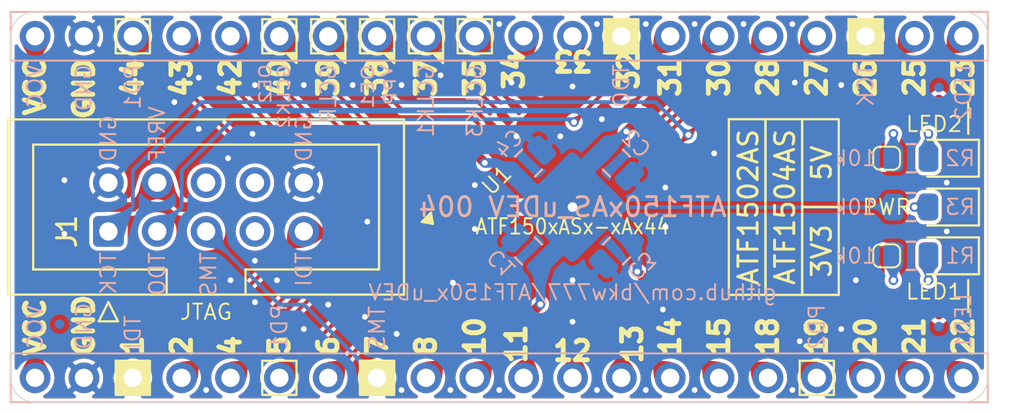
<source format=kicad_pcb>
(kicad_pcb (version 20240108) (generator "pcbnew") (generator_version "8.0")
  (title_block (title "ATF150xAS_uDEV") (date "2024-06-16") (rev "004") (company "Brian K. White") (comment 1 "CC-BY-SA") (comment 2 "github.com/bkw777/ATF150x_uDEV"))
  (layers (0 "F.Cu" signal) (31 "B.Cu" signal) (34 "B.Paste" user) (35 "F.Paste" user) (36 "B.SilkS" user "B.Silkscreen") (37 "F.SilkS" user "F.Silkscreen") (38 "B.Mask" user) (39 "F.Mask" user) (44 "Edge.Cuts" user))
  (net 0 "")
  (net 1 "GND")
  (net 2 "VCC")
  (net 6 "Net-(JP1-B)")
  (net 7 "Net-(JP2-B)")
  (net 8 "Net-(LED1-A)")
  (net 9 "Net-(LED2-A)")
  (net 10 "Net-(LED3-A)")
  (net 11 "/1{slash}TDI")
  (net 12 "/7{slash}TMS")
  (net 13 "/32{slash}TDO")
  (net 14 "/26{slash}TCK")
  (net 15 "/3")
  (net 16 "/13")
  (net 17 "/A8")
  (net 18 "/12")
  (net 19 "/8")
  (net 20 "/15")
  (net 21 "/5{slash}PD1")
  (net 22 "/18")
  (net 23 "/14")
  (net 24 "/10")
  (net 25 "/19{slash}PD2")
  (net 26 "/20")
  (net 27 "/11")
  (net 28 "/2")
  (net 29 "/22{slash}LED1")
  (net 30 "/37{slash}GCLK1")
  (net 31 "/38{slash}OE1{slash}Vpp")
  (net 32 "/25")
  (net 33 "/23{slash}LED2")
  (net 34 "/44{slash}PD1")
  (net 35 "/39{slash}GCLR")
  (net 36 "/43")
  (net 37 "/28")
  (net 38 "/34")
  (net 39 "/33")
  (net 40 "/27")
  (net 41 "/31")
  (net 42 "/30")
  (net 43 "/35{slash}GCLK3")
  (net 44 "/40{slash}OE2{slash}GCLK2")
  (net 45 "/42")
  (net 46 "/21")
  (footprint "000_LOCAL:Fiducial_0.5_1.0" (layer "F.Cu") (at 163.83 94.73)
    (property "Reference" "REF**" (hide yes))
    (property "Value" "Fiducial_0.5_1.0" (hide yes))
  )
  (footprint "000_LOCAL:IDC-Header_2x05_P2.54mm_Vertical" (layer "F.Cu") (at 120.650003 101.599999 90)
    (property "Reference" "J1")
    (property "Value" "Conn_02x05_Odd_Even")
  )
  (footprint "000_LOCAL:Fiducial_0.5_1.0" (layer "F.Cu") (at 122.555 106.045)
    (property "Reference" "REF**" (hide yes))
    (property "Value" "Fiducial_0.5_1.0" (hide yes))
  )
  (footprint "000_LOCAL:Fiducial_0.5_1.0" (layer "F.Cu") (at 163.83 105.93)
    (property "Reference" "REF**" (hide yes))
    (property "Value" "Fiducial_0.5_1.0" (hide yes))
  )
  (footprint "000_LOCAL:LED_0805" (layer "F.Cu") (at 164.225002 97.789999 180)
    (property "Reference" "LED2" (hide yes))
    (property "Value" "GRN" (hide yes))
  )
  (footprint "000_LOCAL:LED_0805" (layer "F.Cu") (at 164.225001 100.329999 180)
    (property "Reference" "LED3" (hide yes))
    (property "Value" "POWER" (hide yes))
  )
  (footprint "000_LOCAL:VQFP44" (layer "F.Cu") (at 144.780003 100.329999 45)
    (property "Reference" "U1")
    (property "Value" "ATF150xASx-xAx44")
  )
  (footprint "000_LOCAL:SolderJumper_1mm_2p_open" (layer "F.Cu") (at 161.112501 102.869999)
    (property "Reference" "JP1" (hide yes))
    (property "Value" "DNP")
  )
  (footprint "000_LOCAL:SolderJumper_1mm_2p_open" (layer "F.Cu") (at 161.112499 97.789999)
    (property "Reference" "JP2" (hide yes))
    (property "Value" "DNP")
  )
  (footprint "000_LOCAL:LED_0805" (layer "F.Cu") (at 164.225001 102.869999 180)
    (property "Reference" "LED1" (hide yes))
    (property "Value" "GRN" (hide yes))
  )
  (footprint "000_LOCAL:PinHeader_1x20_P2.54mm_Vertical" (layer "B.Cu") (at 116.840003 91.439999 -90)
    (property "Reference" "J3" (hide yes))
    (property "Value" "VERT")
  )
  (footprint "000_LOCAL:Fiducial_0.5_1.0" (layer "B.Cu") (at 163.83 106.553)
    (property "Reference" "REF**" (hide yes))
    (property "Value" "Fiducial_0.5_1.0" (hide yes))
  )
  (footprint "000_LOCAL:C_0805" (layer "B.Cu") (at 147.066003 98.043999 -45)
    (property "Reference" "C2")
    (property "Value" "1u" (hide yes))
  )
  (footprint "000_LOCAL:C_0805" (layer "B.Cu") (at 147.066003 102.615999 -135)
    (property "Reference" "C3")
    (property "Value" "1u" (hide yes))
  )
  (footprint "000_LOCAL:PinHeader_1x20_P2.54mm_Vertical" (layer "B.Cu") (at 116.840001 109.219999 -90)
    (property "Reference" "J2" (hide yes))
    (property "Value" "VERT")
  )
  (footprint "000_LOCAL:R_0805" (layer "B.Cu") (at 162.375 102.869999)
    (property "Reference" "R1")
    (property "Value" "10k")
  )
  (footprint "000_LOCAL:Fiducial_0.5_1.0" (layer "B.Cu") (at 118.11 106.426)
    (property "Reference" "REF**" (hide yes))
    (property "Value" "Fiducial_0.5_1.0" (hide yes))
  )
  (footprint "000_LOCAL:C_0805" (layer "B.Cu") (at 142.494002 98.043999 45)
    (property "Reference" "C4")
    (property "Value" "1u" (hide yes))
  )
  (footprint "000_LOCAL:Fiducial_0.5_1.0" (layer "B.Cu") (at 163.83 94.107)
    (property "Reference" "REF**" (hide yes))
    (property "Value" "Fiducial_0.5_1.0" (hide yes))
  )
  (footprint "000_LOCAL:R_0805" (layer "B.Cu") (at 162.374998 97.789999)
    (property "Reference" "R2")
    (property "Value" "10k")
  )
  (footprint "000_LOCAL:R_0805" (layer "B.Cu") (at 162.375 100.329999)
    (property "Reference" "R3")
    (property "Value" "10k")
  )
  (footprint "000_LOCAL:C_0805" (layer "B.Cu") (at 142.494003 102.615999 135)
    (property "Reference" "C1")
    (property "Value" "1u" (hide yes))
  )
  (gr_poly (pts (xy 144.769877 102.87) (xy 142.239999 100.329999) (xy 144.769878 97.79) (xy 147.319998 100.33)) (stroke (width 0.6)) (fill solid) (layer "B.Cu") (net 2))
  (gr_rect (start 138.811 90.551) (end 140.589 92.329) (stroke (width 0.12)) (fill none) (layer "F.SilkS"))
  (gr_rect (start 128.651 108.331) (end 130.429 110.109) (stroke (width 0.12)) (fill none) (layer "F.SilkS"))
  (gr_line (start 165.354 105.791) (end 165.354 104.14) (stroke (width 0.12)) (layer "F.SilkS"))
  (gr_rect (start 152.908 95.758) (end 154.813 104.902) (stroke (width 0.12)) (fill none) (layer "F.SilkS"))
  (gr_rect (start 146.431 90.551) (end 148.209 92.329) (stroke (width 0.12)) (fill solid) (layer "F.SilkS"))
  (gr_poly (pts (xy 137.541 92.329) (xy 138.049 92.837) (xy 138.049 92.329)) (stroke (width 0.12)) (fill solid) (layer "F.SilkS"))
  (gr_rect (start 159.131 90.551) (end 160.909 92.329) (stroke (width 0.12)) (fill solid) (layer "F.SilkS"))
  (gr_rect (start 133.731 108.331) (end 135.509 110.109) (stroke (width 0.12)) (fill solid) (layer "F.SilkS"))
  (gr_rect (start 121.031 108.331) (end 122.809 110.109) (stroke (width 0.12)) (fill solid) (layer "F.SilkS"))
  (gr_rect (start 156.718 100.33) (end 158.623 104.902) (stroke (width 0.12)) (fill none) (layer "F.SilkS"))
  (gr_rect (start 154.813 95.758) (end 156.718 104.902) (stroke (width 0.12)) (fill none) (layer "F.SilkS"))
  (gr_line (start 165.354 94.869) (end 165.354 96.52) (stroke (width 0.12)) (layer "F.SilkS"))
  (gr_rect (start 121.031 90.551) (end 122.809 92.329) (stroke (width 0.12)) (fill none) (layer "F.SilkS"))
  (gr_rect (start 133.731 90.551) (end 135.509 92.329) (stroke (width 0.12)) (fill none) (layer "F.SilkS"))
  (gr_rect (start 156.718 95.758) (end 158.623 100.33) (stroke (width 0.12)) (fill none) (layer "F.SilkS"))
  (gr_poly (pts (xy 135.001 92.329) (xy 135.509 92.837) (xy 135.509 92.329)) (stroke (width 0.12)) (fill solid) (layer "F.SilkS"))
  (gr_poly (pts (xy 132.461 92.329) (xy 132.969 92.837) (xy 132.969 92.329)) (stroke (width 0.12)) (fill solid) (layer "F.SilkS"))
  (gr_rect (start 156.591 108.331) (end 158.369 110.109) (stroke (width 0.12)) (fill none) (layer "F.SilkS"))
  (gr_poly (pts (xy 129.921 92.329) (xy 130.429 92.837) (xy 130.429 92.329)) (stroke (width 0.12)) (fill solid) (layer "F.SilkS"))
  (gr_rect (start 131.191 90.551) (end 132.969 92.329) (stroke (width 0.12)) (fill none) (layer "F.SilkS"))
  (gr_rect (start 128.651 90.551) (end 130.429 92.329) (stroke (width 0.12)) (fill none) (layer "F.SilkS"))
  (gr_rect (start 136.271 90.551) (end 138.049 92.329) (stroke (width 0.12)) (fill none) (layer "F.SilkS"))
  (gr_arc (start 166.370001 109.22) (mid 165.998026 110.118027) (end 165.099998 110.490001) (stroke (width 0.05)) (layer "Edge.Cuts"))
  (gr_line (start 115.569999 109.22) (end 115.569999 91.440001) (stroke (width 0.05)) (layer "Edge.Cuts"))
  (gr_line (start 116.84 90.169999) (end 165.099998 90.169999) (stroke (width 0.05)) (layer "Edge.Cuts"))
  (gr_arc (start 165.099998 90.169999) (mid 165.998024 90.541974) (end 166.369999 91.440001) (stroke (width 0.05)) (layer "Edge.Cuts"))
  (gr_line (start 166.369999 91.440001) (end 166.369999 109.22) (stroke (width 0.05)) (layer "Edge.Cuts"))
  (gr_arc (start 115.569999 91.439999) (mid 115.941973 90.541974) (end 116.839998 90.169999) (stroke (width 0.05)) (layer "Edge.Cuts"))
  (gr_line (start 165.099999 110.49) (end 116.839999 110.49) (stroke (width 0.05)) (layer "Edge.Cuts"))
  (gr_arc (start 116.84 110.490001) (mid 115.941972 110.118027) (end 115.569999 109.22) (stroke (width 0.05)) (layer "Edge.Cuts"))
  (gr_text "VCC" (at 116.840003 107.784278 90) (layer "B.SilkS") (effects (font (size 0.8 0.8) (thickness 0.1)) (justify right mirror)))
  (gr_text "GCLK3" (at 139.7 92.837 90) (layer "B.SilkS") (effects (font (size 0.8 0.8) (thickness 0.1)) (justify left mirror)))
  (gr_text "GCLR" (at 132.08 92.837 90) (layer "B.SilkS") (effects (font (size 0.8 0.8) (thickness 0.1)) (justify left mirror)))
  (gr_text "OE1\nVpp" (at 134.620001 92.836999 90) (layer "B.SilkS") (effects (font (size 0.6 0.8) (thickness 0.1)) (justify left mirror)))
  (gr_text "GND" (at 120.65 98.044 90) (layer "B.SilkS") (effects (font (size 0.8 0.8) (thickness 0.1)) (justify right mirror)))
  (gr_text "OE2\nGCLK2" (at 129.286 92.837 90) (layer "B.SilkS") (effects (font (size 0.6 0.7) (thickness 0.1)) (justify left mirror)))
  (gr_text "TMS" (at 125.856998 102.616 90) (layer "B.SilkS") (effects (font (size 0.8 0.8) (thickness 0.1)) (justify left mirror)))
  (gr_text "TDO" (at 123.19 102.615999 90) (layer "B.SilkS") (effects (font (size 0.8 0.8) (thickness 0.1)) (justify left mirror)))
  (gr_text "TMS" (at 134.620001 107.823 90) (layer "B.SilkS") (effects (font (size 0.8 0.8) (thickness 0.1)) (justify right mirror)))
  (gr_text "VREF" (at 123.19 98.044 90) (layer "B.SilkS") (effects (font (size 0.8 0.8) (thickness 0.1)) (justify right mirror)))
  (gr_text "${COMMENT2}" (at 144.78 104.775 0) (layer "B.SilkS") (effects (font (size 0.8 0.8) (thickness 0.1)) (justify mirror)))
  (gr_text "TCK" (at 120.649998 102.616 90) (layer "B.SilkS") (effects (font (size 0.8 0.8) (thickness 0.1)) (justify left mirror)))
  (gr_text "PD2" (at 157.480001 107.823 90) (layer "B.SilkS") (effects (font (size 0.8 0.8) (thickness 0.1)) (justify right mirror)))
  (gr_text "TDI" (at 130.809998 102.616 90) (layer "B.SilkS") (effects (font (size 0.8 0.8) (thickness 0.1)) (justify left mirror)))
  (gr_text "VCC" (at 116.839999 92.837 90) (layer "B.SilkS") (effects (font (size 0.8 0.8) (thickness 0.1)) (justify left mirror)))
  (gr_text "TDI" (at 121.920001 107.823 90) (layer "B.SilkS") (effects (font (size 0.8 0.8) (thickness 0.1)) (justify right mirror)))
  (gr_text "${TITLE} ${REVISION}" (at 144.78 100.33 0) (layer "B.SilkS") (effects (font (size 1 1)) (justify mirror)))
  (gr_text "GCLK1" (at 137.16 92.837 90) (layer "B.SilkS") (effects (font (size 0.8 0.8) (thickness 0.1)) (justify left mirror)))
  (gr_text "TDO" (at 147.32 92.837 90) (layer "B.SilkS") (effects (font (size 0.8 0.8) (thickness 0.1)) (justify left mirror)))
  (gr_text "GND" (at 119.38 107.823 90) (layer "B.SilkS") (effects (font (size 0.8 0.8) (thickness 0.1)) (justify right mirror)))
  (gr_text "LED1" (at 165.1 107.823 90) (layer "B.SilkS") (effects (font (size 0.8 0.8) (thickness 0.1)) (justify right mirror)))
  (gr_text "GND" (at 130.81 98.044 90) (layer "B.SilkS") (effects (font (size 0.8 0.8) (thickness 0.1)) (justify right mirror)))
  (gr_text "LED2" (at 165.1 92.837 90) (layer "B.SilkS") (effects (font (size 0.8 0.8) (thickness 0.1)) (justify left mirror)))
  (gr_text "TCK" (at 160.019999 92.836999 90) (layer "B.SilkS") (effects (font (size 0.8 0.8) (thickness 0.1)) (justify left mirror)))
  (gr_text "GND" (at 119.38 92.836998 90) (layer "B.SilkS") (effects (font (size 0.8 0.8) (thickness 0.1)) (justify left mirror)))
  (gr_text "PD1" (at 121.92 92.837 90) (layer "B.SilkS") (effects (font (size 0.8 0.8) (thickness 0.1)) (justify left mirror)))
  (gr_text "PD1" (at 129.540003 107.823 90) (layer "B.SilkS") (effects (font (size 0.8 0.8) (thickness 0.1)) (justify right mirror)))
  (gr_text "GND" (at 119.38 108.204 90) (layer "F.SilkS") (effects (font (size 1.016 1.016) (thickness 0.254)) (justify left)))
  (gr_text "10" (at 139.700002 108.204 90) (layer "F.SilkS") (effects (font (size 1.016 1.016) (thickness 0.254)) (justify left)))
  (gr_text "1" (at 121.92 108.204001 90) (layer "F.SilkS") (effects (font (size 1.016 1.016) (thickness 0.254)) (justify left)))
  (gr_text "22" (at 165.1 108.204 90) (layer "F.SilkS") (effects (font (size 1.016 1.016) (thickness 0.254)) (justify left)))
  (gr_text "7" (at 134.62 108.204 90) (layer "F.SilkS") (effects (font (size 1.016 1.016) (thickness 0.254)) (justify left)))
  (gr_text "14" (at 149.86 108.204 90) (layer "F.SilkS") (effects (font (size 1.016 1.016) (thickness 0.254)) (justify left)))
  (gr_text "13" (at 147.886606 108.592577 90) (layer "F.SilkS") (effects (font (size 1.016 1.016) (thickness 0.254)) (justify left)))
  (gr_text "12" (at 144.780001 107.823 0) (layer "F.SilkS") (effects (font (size 1.016 1.016) (thickness 0.254))))
  (gr_text "2" (at 124.460002 108.204001 90) (layer "F.SilkS") (effects (font (size 1.016 1.016) (thickness 0.254)) (justify left)))
  (gr_text "5" (at 129.54 108.204 90) (layer "F.SilkS") (effects (font (size 1.016 1.016) (thickness 0.254)) (justify left)))
  (gr_text "8" (at 137.16 108.204001 90) (layer "F.SilkS") (effects (font (size 1.016 1.016) (thickness 0.254)) (justify left)))
  (gr_text "18" (at 154.94 108.204 90) (layer "F.SilkS") (effects (font (size 1.016 1.016) (thickness 0.254)) (justify left)))
  (gr_text "6" (at 132.080002 108.204001 90) (layer "F.SilkS") (effects (font (size 1.016 1.016) (thickness 0.254)) (justify left)))
  (gr_text "19" (at 157.48 108.204 90) (layer "F.SilkS") (effects (font (size 1.016 1.016) (thickness 0.254)) (justify left)))
  (gr_text "21" (at 162.560002 108.204 90) (layer "F.SilkS") (effects (font (size 1.016 1.016) (thickness 0.254)) (justify left)))
  (gr_text "20" (at 160.02 108.204 90) (layer "F.SilkS") (effects (font (size 1.016 1.016) (thickness 0.254)) (justify left)))
  (gr_text "VCC" (at 116.84 108.204 90) (layer "F.SilkS") (effects (font (size 1.016 1.016) (thickness 0.254)) (justify left)))
  (gr_text "11" (at 141.859 108.585 90) (layer "F.SilkS") (effects (font (size 1.016 1.016) (thickness 0.254)) (justify left)))
  (gr_text "15" (at 152.4 108.204 90) (layer "F.SilkS") (effects (font (size 1.016 1.016) (thickness 0.254)) (justify left)))
  (gr_text "43" (at 124.46 92.456 90) (layer "F.SilkS") (effects (font (size 1.016 1.016) (thickness 0.254)) (justify right)))
  (gr_text "31" (at 149.86 92.456 90) (layer "F.SilkS") (effects (font (size 1.016 1.016) (thickness 0.254)) (justify right)))
  (gr_text "33" (at 144.78 92.71 180) (layer "F.SilkS") (effects (font (size 1.016 1.016) (thickness 0.254))))
  (gr_text "28" (at 154.94 92.456 90) (layer "F.SilkS") (effects (font (size 1.016 1.016) (thickness 0.254)) (justify right)))
  (gr_text "26" (at 160.02 92.456 90) (layer "F.SilkS") (effects (font (size 1.016 1.016) (thickness 0.254)) (justify right)))
  (gr_text "VCC" (at 116.840001 92.454732 90) (layer "F.SilkS") (effects (font (size 1.016 1.016) (thickness 0.254)) (justify right)))
  (gr_text "GND" (at 119.38 92.456 90) (layer "F.SilkS") (effects (font (size 1.016 1.016) (thickness 0.254)) (justify right)))
  (gr_text "32" (at 147.701 92.075 90) (layer "F.SilkS") (effects (font (size 1.016 1.016) (thickness 0.254)) (justify right)))
  (gr_text "42" (at 127 92.456 90) (layer "F.SilkS") (effects (font (size 1.016 1.016) (thickness 0.254)) (justify right)))
  (gr_text "27" (at 157.48 92.456 90) (layer "F.SilkS") (effects (font (size 1.016 1.016) (thickness 0.254)) (justify right)))
  (gr_text "30" (at 152.400001 92.456 90) (layer "F.SilkS") (effects (font (size 1.016 1.016) (thickness 0.254)) (justify right)))
  (gr_text "34" (at 141.732 92.075 90) (layer "F.SilkS") (effects (font (size 1.016 1.016) (thickness 0.254)) (justify right)))
  (gr_text "25" (at 162.56 92.456 90) (layer "F.SilkS") (effects (font (size 1.016 1.016) (thickness 0.254)) (justify right)))
  (gr_text "23" (at 165.1 92.456 90) (layer "F.SilkS") (effects (font (size 1.016 1.016) (thickness 0.254)) (justify right)))
  (gr_text "38" (at 134.620001 92.456 90) (layer "F.SilkS") (effects (font (size 1.016 1.016) (thickness 0.254)) (justify right)))
  (gr_text "40" (at 129.540001 92.456 90) (layer "F.SilkS") (effects (font (size 1.016 1.016) (thickness 0.254)) (justify right)))
  (gr_text "37" (at 137.16 92.456 90) (layer "F.SilkS") (effects (font (size 1.016 1.016) (thickness 0.254)) (justify right)))
  (gr_text "39" (at 132.08 92.456 90) (layer "F.SilkS") (effects (font (size 1.016 1.016) (thickness 0.254)) (justify right)))
  (gr_text "4" (at 127 108.204001 90) (layer "F.SilkS") (effects (font (size 1.016 1.016) (thickness 0.254)) (justify left)))
  (gr_text "PWR" (at 162.433 100.33 0) (layer "F.SilkS") (effects (font (size 0.8 0.8) (thickness 0.1)) (justify right)))
  (gr_text "LED1" (at 163.576 104.267 0) (layer "F.SilkS") (effects (font (size 0.8 0.8) (thickness 0.1)) (justify top)))
  (gr_text "ATF1502AS" (at 153.924 100.33 90) (layer "F.SilkS") (effects (font (size 1 1))))
  (gr_text "JTAG" (at 125.73 105.791 0) (layer "F.SilkS") (effects (font (size 0.8 0.8) (thickness 0.1))))
  (gr_text "35" (at 139.7 92.456 90) (layer "F.SilkS") (effects (font (size 1.016 1.016) (thickness 0.254)) (justify right)))
  (gr_text "3V3" (at 157.734 102.616 90) (layer "F.SilkS") (effects (font (size 1 1))))
  (gr_text "44" (at 121.92 92.456 90) (layer "F.SilkS") (effects (font (size 1.016 1.016) (thickness 0.254)) (justify right)))
  (gr_text "ATF1504AS" (at 155.829 100.33 90) (layer "F.SilkS") (effects (font (size 1 1))))
  (gr_text "5V" (at 157.734 98.044 90) (layer "F.SilkS") (effects (font (size 1 1))))
  (gr_text "LED2" (at 163.58 96.48 0) (layer "F.SilkS") (effects (font (size 0.8 0.8) (thickness 0.1)) (justify bottom)))
  (via (at 153.67 90.805) (size 0.5) (drill 0.3) (layers "F.Cu" "B.Cu") (net 1))
  (via (at 164.2364 99.06) (size 0.5) (drill 0.3) (layers "F.Cu" "B.Cu") (net 1))
  (via (at 133.35 93.98) (size 0.5) (drill 0.3) (layers "F.Cu" "B.Cu") (net 1))
  (via (at 128.27 105.283) (size 0.5) (drill 0.3) (layers "F.Cu" "B.Cu") (net 1))
  (via (at 134.112 101.092) (size 0.5) (drill 0.3) (layers "F.Cu" "B.Cu") (net 1))
  (via (at 139.7 99.187) (size 0.5) (drill 0.3) (layers "F.Cu" "B.Cu") (net 1))
  (via (at 125.349 96.266) (size 0.5) (drill 0.3) (layers "F.Cu" "B.Cu") (net 1))
  (via (at 130.810001 106.679999) (size 0.5) (drill 0.3) (layers "F.Cu" "B.Cu") (net 1))
  (via (at 125.349 93.599) (size 0.5) (drill 0.3) (layers "F.Cu" "B.Cu") (net 1))
  (via (at 126.873 97.79) (size 0.5) (drill 0.3) (layers "F.Cu" "B.Cu") (net 1))
  (via (at 149.479 105.664) (size 0.5) (drill 0.3) (layers "F.Cu" "B.Cu") (net 1))
  (via (at 146.304 95.758) (size 0.5) (drill 0.3) (layers "F.Cu" "B.Cu") (net 1))
  (via (at 156.21 109.855) (size 0.5) (drill 0.3) (layers "F.Cu" "B.Cu") (net 1))
  (via (at 159.512 104.14) (size 0.5) (drill 0.3) (layers "F.Cu" "B.Cu") (net 1))
  (via (at 144.780001 94.056198) (size 0.5) (drill 0.3) (layers "F.Cu" "B.Cu") (net 1))
  (via (at 125.73 109.855) (size 0.5) (drill 0.3) (layers "F.Cu" "B.Cu") (net 1))
  (via (at 148.59 90.805) (size 0.5) (drill 0.3) (layers "F.Cu" "B.Cu") (net 1))
  (via (at 149.606 99.314) (size 0.5) (drill 0.3) (layers "F.Cu" "B.Cu") (net 1))
  (via (at 128.27 103.124) (size 0.5) (drill 0.3) (layers "F.Cu" "B.Cu") (net 1))
  (via (at 140.97 90.805) (size 0.5) (drill 0.3) (layers "F.Cu" "B.Cu") (net 1))
  (via (at 135.89 109.855) (size 0.5) (drill 0.3) (layers "F.Cu" "B.Cu") (net 1))
  (via (at 124.079 94.869) (size 0.5) (drill 0.3) (layers "F.Cu" "B.Cu") (net 1))
  (via (at 128.27 93.98) (size 0.5) (drill 0.3) (layers "F.Cu" "B.Cu") (net 1))
  (via (at 127 104.14) (size 0.5) (drill 0.3) (layers "F.Cu" "B.Cu") (net 1))
  (via (at 141.605 93.853) (size 0.5) (drill 0.3) (layers "F.Cu" "B.Cu") (net 1))
  (via (at 151.13 90.805) (size 0.5) (drill 0.3) (layers "F.Cu" "B.Cu") (net 1))
  (via (at 158.75 106.68) (size 0.5) (drill 0.3) (layers "F.Cu" "B.Cu") (net 1))
  (via (at 146.05 109.855) (size 0.5) (drill 0.3) (layers "F.Cu" "B.Cu") (net 1))
  (via (at 152.146003 97.535999) (size 0.5) (drill 0.3) (layers "F.Cu" "B.Cu") (net 1))
  (via (at 118.364 101.727) (size 0.5) (drill 0.3) (layers "F.Cu" "B.Cu") (net 1))
  (via (at 140.97 109.855) (size 0.5) (drill 0.3) (layers "F.Cu" "B.Cu") (net 1))
  (via (at 118.364 98.933) (size 0.5) (drill 0.3) (layers "F.Cu" "B.Cu") (net 1))
  (via (at 144.78 106.299) (size 0.5) (drill 0.3) (layers "F.Cu" "B.Cu") (net 1))
  (via (at 139.7 101.473) (size 0.5) (drill 0.3) (layers "F.Cu" "B.Cu") (net 1))
  (via (at 151.13 109.855) (size 0.5) (drill 0.3) (layers "F.Cu" "B.Cu") (net 1))
  (via (at 156.337 93.853) (size 0.5) (drill 0.3) (layers "F.Cu" "B.Cu") (net 1))
  (via (at 133.985 106.045) (size 0.5) (drill 0.3) (layers "F.Cu" "B.Cu") (net 1))
  (via (at 141.859 96.647) (size 0.5) (drill 0.3) (layers "F.Cu" "B.Cu") (net 1))
  (via (at 135.89 93.98) (size 0.5) (drill 0.3) (layers "F.Cu" "B.Cu") (net 1))
  (via (at 130.81 93.98) (size 0.5) (drill 0.3) (layers "F.Cu" "B.Cu") (net 1))
  (via (at 156.591 107.315) (size 0.5) (drill 0.3) (layers "F.Cu" "B.Cu") (net 1))
  (via (at 156.21 90.805) (size 0.5) (drill 0.3) (layers "F.Cu" "B.Cu") (net 1))
  (via (at 138.43 109.855) (size 0.5) (drill 0.3) (layers "F.Cu" "B.Cu") (net 1))
  (via (at 132.080002 105.409999) (size 0.5) (drill 0.3) (layers "F.Cu" "B.Cu") (net 1))
  (via (at 164.2364 101.6) (size 0.5) (drill 0.3) (layers "F.Cu" "B.Cu") (net 1))
  (via (at 144.145 96.647) (size 0.5) (drill 0.3) (layers "F.Cu" "B.Cu") (net 1))
  (via (at 137.922 93.472) (size 0.5) (drill 0.3) (layers "F.Cu" "B.Cu") (net 1))
  (via (at 144.78 104.14) (size 0.5) (drill 0.3) (layers "F.Cu" "B.Cu") (net 1))
  (via (at 149.606 101.346) (size 0.5) (drill 0.3) (layers "F.Cu" "B.Cu") (net 1))
  (via (at 146.05 90.805) (size 0.5) (drill 0.3) (layers "F.Cu" "B.Cu") (net 1))
  (via (at 135.636 106.934) (size 0.5) (drill 0.3) (layers "F.Cu" "B.Cu") (net 1))
  (via (at 128.143 96.52) (size 0.5) (drill 0.3) (layers "F.Cu" "B.Cu") (net 1))
  (via (at 138.557001 104.267) (size 0.5) (drill 0.3) (layers "F.Cu" "B.Cu") (net 1))
  (via (at 158.75 93.98) (size 0.5) (drill 0.3) (layers "F.Cu" "B.Cu") (net 1))
  (via (at 148.59 109.855) (size 0.5) (drill 0.3) (layers "F.Cu" "B.Cu") (net 1))
  (via (at 129.413 104.14) (size 0.5) (drill 0.3) (layers "F.Cu" "B.Cu") (net 1))
  (segment (start 121.920003 100.329999) (end 117.348003 100.329999) (width 0.5) (layer "F.Cu") (net 2))
  (segment (start 140.219631 98.03237) (end 139.582768 97.395506) (width 0.5) (layer "F.Cu") (net 2))
  (segment (start 124.460003 100.329999) (end 123.190003 99.059999) (width 0.5) (layer "F.Cu") (net 2))
  (segment (start 116.840003 99.821999) (end 116.840003 91.439999) (width 0.5) (layer "F.Cu") (net 2))
  (segment (start 147.579818 96.398814) (end 148.280179 95.69845) (width 0.5) (layer "F.Cu") (net 2))
  (segment (start 148.145502 103.695499) (end 148.845867 104.395863) (width 0.5) (layer "F.Cu") (net 2))
  (segment (start 144.780003 100.329999) (end 124.460003 100.329999) (width 0.5) (layer "F.Cu") (net 2))
  (segment (start 123.190003 99.059999) (end 121.920003 100.329999) (width 0.5) (layer "F.Cu") (net 2))
  (segment (start 143.111557 105.392555) (end 142.411192 106.092919) (width 0.5) (layer "F.Cu") (net 2))
  (segment (start 116.840001 109.219999) (end 116.840001 100.838001) (width 0.5) (layer "F.Cu") (net 2))
  (segment (start 116.840001 100.838001) (end 116.840001 99.822001) (width 0.5) (layer "F.Cu") (net 2))
  (segment (start 116.840001 100.838001) (end 117.348003 100.329999) (width 0.5) (layer "F.Cu") (net 2))
  (segment (start 117.348003 100.329999) (end 116.840003 99.821999) (width 0.5) (layer "F.Cu") (net 2))
  (segment (start 116.840001 99.822001) (end 116.840003 99.821999) (width 0.5) (layer "F.Cu") (net 2))
  (via (at 140.219631 98.03237) (size 0.5) (drill 0.3) (layers "F.Cu" "B.Cu") (net 2))
  (via (at 143.111557 105.392555) (size 0.5) (drill 0.3) (layers "F.Cu" "B.Cu") (net 2))
  (via (at 144.780003 100.329999) (size 1) (drill 0.5) (layers "F.Cu" "B.Cu") (net 2))
  (via (at 148.145502 103.695499) (size 0.5) (drill 0.3) (layers "F.Cu" "B.Cu") (net 2))
  (via (at 147.579818 96.398814) (size 0.5) (drill 0.3) (layers "F.Cu" "B.Cu") (net 2))
  (segment (start 141.822252 98.715749) (end 141.465749 98.715749) (width 0.5) (layer "B.Cu") (net 2))
  (segment (start 144.780003 100.329999) (end 144.780001 98.986496) (width 0.5) (layer "B.Cu") (net 2))
  (segment (start 143.111558 103.341945) (end 143.165754 103.28775) (width 0.5) (layer "B.Cu") (net 2))
  (segment (start 161.4625 100.329999) (end 144.780003 100.329999) (width 0.2) (layer "B.Cu") (net 2))
  (segment (start 144.780002 101.673501) (end 143.165754 103.28775) (width 1) (layer "B.Cu") (net 2))
  (segment (start 147.737754 102.287754) (end 148.145502 102.695502) (width 0.5) (layer "B.Cu") (net 2))
  (segment (start 146.123505 100.329999) (end 147.737754 101.944248) (width 1) (layer "B.Cu") (net 2))
  (segment (start 146.606382 97.372248) (end 147.579818 96.398814) (width 0.5) (layer "B.Cu") (net 2))
  (segment (start 148.145502 102.695502) (end 148.145502 103.695499) (width 0.5) (layer "B.Cu") (net 2))
  (segment (start 144.780003 100.329999) (end 146.123505 100.329999) (width 0.5) (layer "B.Cu") (net 2))
  (segment (start 144.780003 100.329999) (end 144.780002 101.673501) (width 0.5) (layer "B.Cu") (net 2))
  (segment (start 144.780003 100.329999) (end 143.436501 100.33) (width 0.5) (layer "B.Cu") (net 2))
  (segment (start 140.78237 98.03237) (end 140.219631 98.03237) (width 0.5) (layer "B.Cu") (net 2))
  (segment (start 146.39425 97.372248) (end 146.606382 97.372248) (width 0.5) (layer "B.Cu") (net 2))
  (segment (start 147.737754 101.944248) (end 147.737754 102.287754) (width 0.5) (layer "B.Cu") (net 2))
  (segment (start 143.436501 100.33) (end 141.822252 98.715749) (width 1) (layer "B.Cu") (net 2))
  (segment (start 141.465749 98.715749) (end 140.78237 98.03237) (width 0.5) (layer "B.Cu") (net 2))
  (segment (start 144.780001 98.986496) (end 146.39425 97.372248) (width 1) (layer "B.Cu") (net 2))
  (segment (start 143.111557 105.392555) (end 143.111558 103.341945) (width 0.5) (layer "B.Cu") (net 2))
  (segment (start 161.4625 104.14) (end 161.4625 102.869999) (width 0.2) (layer "F.Cu") (net 6))
  (via (at 161.4625 104.14) (size 0.5) (drill 0.3) (layers "F.Cu" "B.Cu") (net 6))
  (segment (start 161.4625 102.869999) (end 161.4625 104.14) (width 0.2) (layer "B.Cu") (net 6))
  (segment (start 161.462498 97.789999) (end 161.462498 96.52) (width 0.2) (layer "F.Cu") (net 7))
  (via (at 161.462498 96.52) (size 0.5) (drill 0.3) (layers "F.Cu" "B.Cu") (net 7))
  (segment (start 161.462498 97.789999) (end 161.462498 96.52) (width 0.2) (layer "B.Cu") (net 7))
  (segment (start 163.2875 102.869999) (end 163.2875 104.14) (width 0.2) (layer "F.Cu") (net 8))
  (via (at 163.2875 104.14) (size 0.5) (drill 0.3) (layers "F.Cu" "B.Cu") (net 8))
  (segment (start 163.2875 104.14) (end 163.2875 102.869999) (width 0.2) (layer "B.Cu") (net 8))
  (segment (start 163.287501 97.789999) (end 163.287501 96.52) (width 0.2) (layer "F.Cu") (net 9))
  (via (at 163.287501 96.52) (size 0.5) (drill 0.3) (layers "F.Cu" "B.Cu") (net 9))
  (segment (start 163.287498 97.789999) (end 163.287498 96.520003) (width 0.2) (layer "B.Cu") (net 9))
  (segment (start 163.287498 96.520003) (end 163.287501 96.52) (width 0.2) (layer "B.Cu") (net 9))
  (segment (start 162.56 100.329999) (end 163.2875 100.329999) (width 0.2) (layer "F.Cu") (net 10))
  (via (at 162.56 100.329999) (size 0.5) (drill 0.3) (layers "F.Cu" "B.Cu") (net 10))
  (segment (start 162.56 100.329999) (end 163.2875 100.329999) (width 0.2) (layer "B.Cu") (net 10))
  (segment (start 123.698002 107.441999) (end 121.920003 109.219999) (width 0.2) (layer "F.Cu") (net 11))
  (segment (start 130.810001 101.599998) (end 124.968001 107.442) (width 0.2) (layer "F.Cu") (net 11))
  (segment (start 124.968001 107.442) (end 123.698002 107.441999) (width 0.2) (layer "F.Cu") (net 11))
  (segment (start 130.937002 101.727) (end 130.810001 101.599998) (width 0.2) (layer "F.Cu") (net 11))
  (segment (start 137.885712 101.567436) (end 137.726149 101.726999) (width 0.2) (layer "F.Cu") (net 11))
  (segment (start 137.726149 101.726999) (end 130.937002 101.727) (width 0.2) (layer "F.Cu") (net 11))
  (segment (start 134.620003 109.219999) (end 137.033004 106.806999) (width 0.2) (layer "F.Cu") (net 12))
  (segment (start 134.620003 109.219999) (end 134.620003 109.219999) (width 0.2) (layer "F.Cu") (net 12))
  (segment (start 137.033004 106.806999) (end 139.434371 106.806999) (width 0.2) (layer "F.Cu") (net 12))
  (segment (start 139.434371 106.806999) (end 141.279824 104.961548) (width 0.2) (layer "F.Cu") (net 12))
  (segment (start 129.540003 105.409999) (end 130.810002 105.409999) (width 0.2) (layer "B.Cu") (net 12))
  (segment (start 125.730001 101.599999) (end 129.540003 105.409999) (width 0.2) (layer "B.Cu") (net 12))
  (segment (start 130.810002 105.409999) (end 134.620003 109.219999) (width 0.2) (layer "B.Cu") (net 12))
  (segment (start 144.856202 95.910399) (end 146.583123 94.183477) (width 0.2) (layer "F.Cu") (net 13))
  (segment (start 147.32 93.264515) (end 146.583122 94.001393) (width 0.2) (layer "F.Cu") (net 13))
  (segment (start 146.583123 94.183477) (end 146.583122 94.001393) (width 0.2) (layer "F.Cu") (net 13))
  (segment (start 147.32 93.264515) (end 147.320001 91.439998) (width 0.2) (layer "F.Cu") (net 13))
  (via (at 144.856202 95.910399) (size 0.5) (drill 0.3) (layers "F.Cu" "B.Cu") (net 13))
  (segment (start 124.460003 98.424998) (end 124.460003 100.329999) (width 0.2) (layer "B.Cu") (net 13))
  (segment (start 144.703802 95.757999) (end 127.127001 95.757999) (width 0.2) (layer "B.Cu") (net 13))
  (segment (start 144.856202 95.910399) (end 144.703802 95.757999) (width 0.2) (layer "B.Cu") (net 13))
  (segment (start 127.127001 95.757999) (end 124.460003 98.424998) (width 0.2) (layer "B.Cu") (net 13))
  (segment (start 124.460003 100.329999) (end 123.190003 101.599999) (width 0.2) (layer "B.Cu") (net 13))
  (segment (start 150.800874 96.57187) (end 152.681544 94.691199) (width 0.2) (layer "F.Cu") (net 14))
  (segment (start 150.800874 96.57187) (end 149.977238 97.395506) (width 0.2) (layer "F.Cu") (net 14))
  (segment (start 152.681544 94.691199) (end 156.768802 94.691199) (width 0.2) (layer "F.Cu") (net 14))
  (segment (start 156.768802 94.691199) (end 160.020002 91.44) (width 0.2) (layer "F.Cu") (net 14))
  (via (at 150.800874 96.57187) (size 0.5) (drill 0.3) (layers "F.Cu" "B.Cu") (net 14))
  (segment (start 149.098001 94.868999) (end 125.476003 94.868999) (width 0.2) (layer "B.Cu") (net 14))
  (segment (start 125.476003 94.868999) (end 121.920001 98.424999) (width 0.2) (layer "B.Cu") (net 14))
  (segment (start 121.920001 98.424999) (end 121.920003 100.329999) (width 0.2) (layer "B.Cu") (net 14))
  (segment (start 121.920003 100.329999) (end 120.650003 101.599999) (width 0.2) (layer "B.Cu") (net 14))
  (segment (start 150.800874 96.57187) (end 149.098001 94.868999) (width 0.2) (layer "B.Cu") (net 14))
  (segment (start 132.461002 103.758999) (end 127.000002 109.219999) (width 0.2) (layer "F.Cu") (net 15))
  (segment (start 139.017083 102.698807) (end 137.956888 103.759) (width 0.2) (layer "F.Cu") (net 15))
  (segment (start 137.956888 103.759) (end 132.461002 103.758999) (width 0.2) (layer "F.Cu") (net 15))
  (segment (start 147.32 109.219999) (end 147.320001 107.395482) (width 0.2) (layer "F.Cu") (net 16))
  (segment (start 147.320001 107.395482) (end 146.583124 106.658606) (width 0.2) (layer "F.Cu") (net 16))
  (segment (start 140.714139 104.395863) (end 139.192002 105.918) (width 0.2) (layer "F.Cu") (net 17))
  (segment (start 135.382003 105.917999) (end 132.080002 109.219999) (width 0.2) (layer "F.Cu") (net 17))
  (segment (start 139.192002 105.918) (end 135.382003 105.917999) (width 0.2) (layer "F.Cu") (net 17))
  (segment (start 144.780003 109.219999) (end 144.780003 108.461727) (width 0.2) (layer "F.Cu") (net 18))
  (segment (start 144.780003 108.461727) (end 146.01744 107.22429) (width 0.2) (layer "F.Cu") (net 18))
  (segment (start 139.752945 107.619799) (end 138.760201 107.619798) (width 0.2) (layer "F.Cu") (net 19))
  (segment (start 138.760201 107.619798) (end 137.16 109.219999) (width 0.2) (layer "F.Cu") (net 19))
  (segment (start 141.84551 105.527234) (end 139.752945 107.619799) (width 0.2) (layer "F.Cu") (net 19))
  (segment (start 148.994261 106.806999) (end 149.987001 106.807) (width 0.2) (layer "F.Cu") (net 20))
  (segment (start 147.714496 105.527234) (end 148.994261 106.806999) (width 0.2) (layer "F.Cu") (net 20))
  (segment (start 149.987001 106.807) (end 152.400001 109.219999) (width 0.2) (layer "F.Cu") (net 20))
  (segment (start 140.148451 103.830178) (end 138.94963 105.028999) (width 0.2) (layer "F.Cu") (net 21))
  (segment (start 138.94963 105.028999) (end 133.731002 105.028999) (width 0.2) (layer "F.Cu") (net 21))
  (segment (start 133.731002 105.028999) (end 129.540001 109.219999) (width 0.2) (layer "F.Cu") (net 21))
  (segment (start 154.801371 109.219999) (end 149.411552 103.830178) (width 0.2) (layer "F.Cu") (net 22))
  (segment (start 154.940002 109.219999) (end 154.801371 109.219999) (width 0.2) (layer "F.Cu") (net 22))
  (segment (start 149.860001 109.219999) (end 148.463001 107.822999) (width 0.2) (layer "F.Cu") (net 23))
  (segment (start 148.463001 107.407111) (end 147.148811 106.092919) (width 0.2) (layer "F.Cu") (net 23))
  (segment (start 148.463001 107.822999) (end 148.463001 107.407111) (width 0.2) (layer "F.Cu") (net 23))
  (segment (start 142.976881 106.658606) (end 142.794795 106.658605) (width 0.2) (layer "F.Cu") (net 24))
  (segment (start 141.757401 107.695998) (end 141.224002 107.695998) (width 0.2) (layer "F.Cu") (net 24))
  (segment (start 141.224002 107.695998) (end 139.700001 109.219999) (width 0.2) (layer "F.Cu") (net 24))
  (segment (start 142.794795 106.658605) (end 141.757401 107.695998) (width 0.2) (layer "F.Cu") (net 24))
  (segment (start 154.281745 107.568999) (end 149.977238 103.264492) (width 0.2) (layer "F.Cu") (net 25))
  (segment (start 155.829002 107.568998) (end 154.281745 107.568999) (width 0.2) (layer "F.Cu") (net 25))
  (segment (start 157.480003 109.219999) (end 155.829002 107.568998) (width 0.2) (layer "F.Cu") (net 25))
  (segment (start 154.524115 106.679998) (end 157.480003 106.679999) (width 0.2) (layer "F.Cu") (net 26))
  (segment (start 150.542922 102.698808) (end 154.524115 106.679998) (width 0.2) (layer "F.Cu") (net 26))
  (segment (start 157.480003 106.679999) (end 160.020002 109.219999) (width 0.2) (layer "F.Cu") (net 26))
  (segment (start 142.240002 108.526852) (end 143.542565 107.22429) (width 0.2) (layer "F.Cu") (net 27))
  (segment (start 142.240002 109.219999) (end 142.240002 108.526852) (width 0.2) (layer "F.Cu") (net 27))
  (segment (start 126.238002 107.441999) (end 127.381002 107.441999) (width 0.2) (layer "F.Cu") (net 28))
  (segment (start 127.381002 107.441999) (end 131.953 102.87) (width 0.2) (layer "F.Cu") (net 28))
  (segment (start 137.714517 102.869999) (end 138.451394 102.133121) (width 0.2) (layer "F.Cu") (net 28))
  (segment (start 124.460003 109.219999) (end 126.238002 107.441999) (width 0.2) (layer "F.Cu") (net 28))
  (segment (start 131.953 102.87) (end 137.714517 102.869999) (width 0.2) (layer "F.Cu") (net 28))
  (segment (start 152.976857 102.869999) (end 151.674294 101.567436) (width 0.2) (layer "F.Cu") (net 29))
  (segment (start 165.100002 109.219999) (end 160.909 105.028997) (width 0.2) (layer "F.Cu") (net 29))
  (segment (start 160.762502 102.869999) (end 152.976857 102.869999) (width 0.2) (layer "F.Cu") (net 29))
  (segment (start 160.909 105.028997) (end 160.909 103.016497) (width 0.2) (layer "F.Cu") (net 29))
  (segment (start 160.909 103.016497) (end 160.762502 102.869999) (width 0.2) (layer "F.Cu") (net 29))
  (segment (start 141.84551 95.132764) (end 140.184743 93.471999) (width 0.2) (layer "F.Cu") (net 30))
  (segment (start 139.192002 93.472) (end 137.160002 91.44) (width 0.2) (layer "F.Cu") (net 30))
  (segment (start 140.184743 93.471999) (end 139.192002 93.472) (width 0.2) (layer "F.Cu") (net 30))
  (segment (start 139.942371 94.361) (end 137.541004 94.360999) (width 0.2) (layer "F.Cu") (net 31))
  (segment (start 137.541004 94.360999) (end 134.620001 91.44) (width 0.2) (layer "F.Cu") (net 31))
  (segment (start 134.620001 91.44) (end 134.620001 91.44) (width 0.2) (layer "F.Cu") (net 31))
  (segment (start 141.279824 95.69845) (end 139.942371 94.361) (width 0.2) (layer "F.Cu") (net 31))
  (segment (start 162.560003 91.439999) (end 158.470603 95.529399) (width 0.2) (layer "F.Cu") (net 32))
  (segment (start 152.974713 95.529399) (end 150.54292 97.961191) (width 0.2) (layer "F.Cu") (net 32))
  (segment (start 158.470603 95.529399) (end 152.974713 95.529399) (width 0.2) (layer "F.Cu") (net 32))
  (segment (start 160.762499 97.79) (end 152.976856 97.79) (width 0.2) (layer "F.Cu") (net 33))
  (segment (start 165.1 91.44) (end 160.909 95.631) (width 0.2) (layer "F.Cu") (net 33))
  (segment (start 160.909 95.631) (end 160.909 97.643499) (width 0.2) (layer "F.Cu") (net 33))
  (segment (start 152.976856 97.79) (end 151.674294 99.092562) (width 0.2) (layer "F.Cu") (net 33))
  (segment (start 160.909 97.643499) (end 160.762499 97.79) (width 0.2) (layer "F.Cu") (net 33))
  (segment (start 131.572003 97.535999) (end 132.969002 98.932999) (width 0.2) (layer "F.Cu") (net 34))
  (segment (start 128.016001 97.535999) (end 131.572003 97.535999) (width 0.2) (layer "F.Cu") (net 34))
  (segment (start 137.726147 98.932999) (end 137.885712 99.092562) (width 0.2) (layer "F.Cu") (net 34))
  (segment (start 132.969002 98.932999) (end 137.726147 98.932999) (width 0.2) (layer "F.Cu") (net 34))
  (segment (start 121.920001 91.44) (end 128.016001 97.535999) (width 0.2) (layer "F.Cu") (net 34))
  (segment (start 135.890003 95.249999) (end 132.080001 91.439999) (width 0.2) (layer "F.Cu") (net 35))
  (segment (start 140.714139 96.264135) (end 139.700003 95.249999) (width 0.2) (layer "F.Cu") (net 35))
  (segment (start 139.700003 95.249999) (end 135.890003 95.249999) (width 0.2) (layer "F.Cu") (net 35))
  (segment (start 133.159503 97.916999) (end 131.889501 96.647) (width 0.2) (layer "F.Cu") (net 36))
  (segment (start 131.889501 96.647) (end 129.667003 96.646998) (width 0.2) (layer "F.Cu") (net 36))
  (segment (start 129.667003 96.646998) (end 124.460003 91.439998) (width 0.2) (layer "F.Cu") (net 36))
  (segment (start 137.841518 97.916999) (end 133.159503 97.916999) (width 0.2) (layer "F.Cu") (net 36))
  (segment (start 138.451396 98.526878) (end 137.841518 97.916999) (width 0.2) (layer "F.Cu") (net 36))
  (segment (start 153.339801 93.040198) (end 152.069803 93.040199) (width 0.2) (layer "F.Cu") (net 37))
  (segment (start 154.940001 91.439999) (end 153.339801 93.040198) (width 0.2) (layer "F.Cu") (net 37))
  (segment (start 152.069803 93.040199) (end 148.845867 96.264135) (width 0.2) (layer "F.Cu") (net 37))
  (segment (start 143.542566 93.435708) (end 142.240002 92.133145) (width 0.2) (layer "F.Cu") (net 38))
  (segment (start 142.240002 92.133145) (end 142.24 91.44) (width 0.2) (layer "F.Cu") (net 38))
  (segment (start 144.780001 92.198269) (end 146.01744 93.435708) (width 0.2) (layer "F.Cu") (net 39))
  (segment (start 144.780001 91.44) (end 144.780001 92.198269) (width 0.2) (layer "F.Cu") (net 39))
  (segment (start 152.388372 93.852999) (end 149.411552 96.82982) (width 0.2) (layer "F.Cu") (net 40))
  (segment (start 157.480002 91.439999) (end 155.067001 93.853) (width 0.2) (layer "F.Cu") (net 40))
  (segment (start 155.067001 93.853) (end 152.388372 93.852999) (width 0.2) (layer "F.Cu") (net 40))
  (segment (start 148.336003 93.379887) (end 147.148811 94.567079) (width 0.2) (layer "F.Cu") (net 41))
  (segment (start 148.336003 92.963999) (end 148.336003 93.379887) (width 0.2) (layer "F.Cu") (net 41))
  (segment (start 149.860003 91.439999) (end 148.336003 92.963999) (width 0.2) (layer "F.Cu") (net 41))
  (segment (start 148.86726 93.979999) (end 147.714495 95.132764) (width 0.2) (layer "F.Cu") (net 42))
  (segment (start 152.400003 91.439999) (end 149.860002 93.979999) (width 0.2) (layer "F.Cu") (net 42))
  (segment (start 149.860002 93.979999) (end 148.86726 93.979999) (width 0.2) (layer "F.Cu") (net 42))
  (segment (start 139.700003 91.439999) (end 141.224002 92.963999) (width 0.2) (layer "F.Cu") (net 43))
  (segment (start 141.757402 92.963999) (end 142.794796 94.001393) (width 0.2) (layer "F.Cu") (net 43))
  (segment (start 141.224002 92.963999) (end 141.757402 92.963999) (width 0.2) (layer "F.Cu") (net 43))
  (segment (start 142.794796 94.001393) (end 142.976881 94.001393) (width 0.2) (layer "F.Cu") (net 43))
  (segment (start 134.239002 96.138998) (end 129.540003 91.439999) (width 0.2) (layer "F.Cu") (net 44))
  (segment (start 140.148453 96.829821) (end 139.457631 96.138998) (width 0.2) (layer "F.Cu") (net 44))
  (segment (start 139.457631 96.138998) (end 134.239002 96.138998) (width 0.2) (layer "F.Cu") (net 44))
  (segment (start 127.000003 91.439999) (end 131.318003 95.757999) (width 0.2) (layer "F.Cu") (net 45))
  (segment (start 132.207002 95.757999) (end 133.477002 97.027999) (width 0.2) (layer "F.Cu") (net 45))
  (segment (start 131.318003 95.757999) (end 132.207002 95.757999) (width 0.2) (layer "F.Cu") (net 45))
  (segment (start 138.083889 97.027999) (end 139.017083 97.961191) (width 0.2) (layer "F.Cu") (net 45))
  (segment (start 133.477002 97.027999) (end 138.083889 97.027999) (width 0.2) (layer "F.Cu") (net 45))
  (segment (start 162.560001 109.219999) (end 159.131001 105.790999) (width 0.2) (layer "F.Cu") (net 46))
  (segment (start 159.131001 105.790999) (end 154.766487 105.790998) (width 0.2) (layer "F.Cu") (net 46))
  (segment (start 154.766487 105.790998) (end 151.108609 102.133121) (width 0.2) (layer "F.Cu") (net 46))
  (zone (net 1) (net_name "GND") (layers "F&B.Cu") (connect_pads (clearance 0.2)) (min_thickness 0.2) (fill yes (thermal_gap 0.2) (thermal_bridge_width 0.3) (smoothing fillet) (radius 0.1))
    (polygon (pts (xy 115.57 90.17) (xy 166.369998 90.17) (xy 166.369999 110.49) (xy 115.569999 110.49)))
  )
)
</source>
